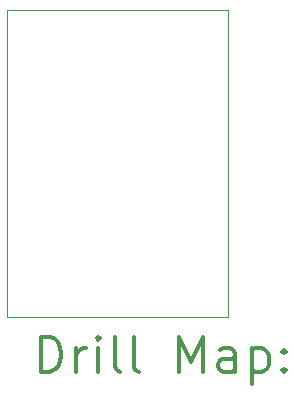
<source format=gbr>
%FSLAX45Y45*%
G04 Gerber Fmt 4.5, Leading zero omitted, Abs format (unit mm)*
G04 Created by KiCad (PCBNEW (5.1.10-1-10_14)) date 2021-11-01 10:51:18*
%MOMM*%
%LPD*%
G01*
G04 APERTURE LIST*
%TA.AperFunction,Profile*%
%ADD10C,0.050000*%
%TD*%
%ADD11C,0.200000*%
%ADD12C,0.300000*%
G04 APERTURE END LIST*
D10*
X10460000Y-7110000D02*
X10460000Y-4510000D01*
X12330000Y-7110000D02*
X10460000Y-7110000D01*
X12330000Y-4510000D02*
X12330000Y-7110000D01*
X10460000Y-4510000D02*
X12330000Y-4510000D01*
D11*
D12*
X10743928Y-7578214D02*
X10743928Y-7278214D01*
X10815357Y-7278214D01*
X10858214Y-7292500D01*
X10886786Y-7321071D01*
X10901071Y-7349643D01*
X10915357Y-7406786D01*
X10915357Y-7449643D01*
X10901071Y-7506786D01*
X10886786Y-7535357D01*
X10858214Y-7563929D01*
X10815357Y-7578214D01*
X10743928Y-7578214D01*
X11043928Y-7578214D02*
X11043928Y-7378214D01*
X11043928Y-7435357D02*
X11058214Y-7406786D01*
X11072500Y-7392500D01*
X11101071Y-7378214D01*
X11129643Y-7378214D01*
X11229643Y-7578214D02*
X11229643Y-7378214D01*
X11229643Y-7278214D02*
X11215357Y-7292500D01*
X11229643Y-7306786D01*
X11243928Y-7292500D01*
X11229643Y-7278214D01*
X11229643Y-7306786D01*
X11415357Y-7578214D02*
X11386786Y-7563929D01*
X11372500Y-7535357D01*
X11372500Y-7278214D01*
X11572500Y-7578214D02*
X11543928Y-7563929D01*
X11529643Y-7535357D01*
X11529643Y-7278214D01*
X11915357Y-7578214D02*
X11915357Y-7278214D01*
X12015357Y-7492500D01*
X12115357Y-7278214D01*
X12115357Y-7578214D01*
X12386786Y-7578214D02*
X12386786Y-7421071D01*
X12372500Y-7392500D01*
X12343928Y-7378214D01*
X12286786Y-7378214D01*
X12258214Y-7392500D01*
X12386786Y-7563929D02*
X12358214Y-7578214D01*
X12286786Y-7578214D01*
X12258214Y-7563929D01*
X12243928Y-7535357D01*
X12243928Y-7506786D01*
X12258214Y-7478214D01*
X12286786Y-7463929D01*
X12358214Y-7463929D01*
X12386786Y-7449643D01*
X12529643Y-7378214D02*
X12529643Y-7678214D01*
X12529643Y-7392500D02*
X12558214Y-7378214D01*
X12615357Y-7378214D01*
X12643928Y-7392500D01*
X12658214Y-7406786D01*
X12672500Y-7435357D01*
X12672500Y-7521071D01*
X12658214Y-7549643D01*
X12643928Y-7563929D01*
X12615357Y-7578214D01*
X12558214Y-7578214D01*
X12529643Y-7563929D01*
X12801071Y-7549643D02*
X12815357Y-7563929D01*
X12801071Y-7578214D01*
X12786786Y-7563929D01*
X12801071Y-7549643D01*
X12801071Y-7578214D01*
X12801071Y-7392500D02*
X12815357Y-7406786D01*
X12801071Y-7421071D01*
X12786786Y-7406786D01*
X12801071Y-7392500D01*
X12801071Y-7421071D01*
M02*

</source>
